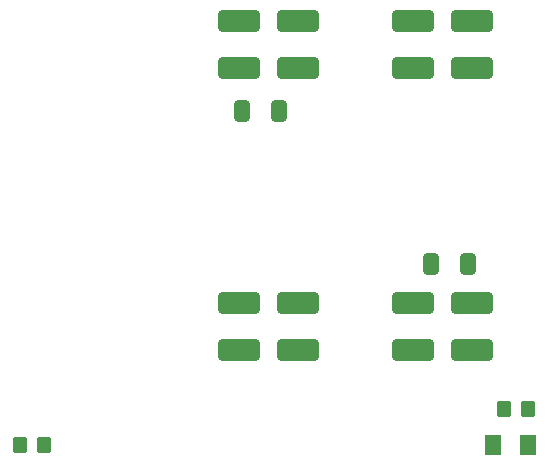
<source format=gbr>
%TF.GenerationSoftware,KiCad,Pcbnew,8.0.2*%
%TF.CreationDate,2024-05-31T22:22:53+03:00*%
%TF.ProjectId,mobrob,6d6f6272-6f62-42e6-9b69-6361645f7063,rev?*%
%TF.SameCoordinates,PX7bfa480PY6422c40*%
%TF.FileFunction,Paste,Top*%
%TF.FilePolarity,Positive*%
%FSLAX46Y46*%
G04 Gerber Fmt 4.6, Leading zero omitted, Abs format (unit mm)*
G04 Created by KiCad (PCBNEW 8.0.2) date 2024-05-31 22:22:53*
%MOMM*%
%LPD*%
G01*
G04 APERTURE LIST*
G04 Aperture macros list*
%AMRoundRect*
0 Rectangle with rounded corners*
0 $1 Rounding radius*
0 $2 $3 $4 $5 $6 $7 $8 $9 X,Y pos of 4 corners*
0 Add a 4 corners polygon primitive as box body*
4,1,4,$2,$3,$4,$5,$6,$7,$8,$9,$2,$3,0*
0 Add four circle primitives for the rounded corners*
1,1,$1+$1,$2,$3*
1,1,$1+$1,$4,$5*
1,1,$1+$1,$6,$7*
1,1,$1+$1,$8,$9*
0 Add four rect primitives between the rounded corners*
20,1,$1+$1,$2,$3,$4,$5,0*
20,1,$1+$1,$4,$5,$6,$7,0*
20,1,$1+$1,$6,$7,$8,$9,0*
20,1,$1+$1,$8,$9,$2,$3,0*%
G04 Aperture macros list end*
%ADD10RoundRect,0.250000X-1.500000X-0.650000X1.500000X-0.650000X1.500000X0.650000X-1.500000X0.650000X0*%
%ADD11RoundRect,0.250000X0.412500X0.650000X-0.412500X0.650000X-0.412500X-0.650000X0.412500X-0.650000X0*%
%ADD12RoundRect,0.250000X0.350000X0.450000X-0.350000X0.450000X-0.350000X-0.450000X0.350000X-0.450000X0*%
%ADD13RoundRect,0.250000X-0.412500X-0.650000X0.412500X-0.650000X0.412500X0.650000X-0.412500X0.650000X0*%
%ADD14RoundRect,0.250000X1.500000X0.650000X-1.500000X0.650000X-1.500000X-0.650000X1.500000X-0.650000X0*%
%ADD15RoundRect,0.250001X0.462499X0.624999X-0.462499X0.624999X-0.462499X-0.624999X0.462499X-0.624999X0*%
G04 APERTURE END LIST*
D10*
%TO.C,D4*%
X72250000Y13000000D03*
X77250000Y13000000D03*
%TD*%
D11*
%TO.C,C4*%
X76875000Y20250000D03*
X73750000Y20250000D03*
%TD*%
D10*
%TO.C,D1*%
X57500000Y17000000D03*
X62500000Y17000000D03*
%TD*%
D12*
%TO.C,R2*%
X41000000Y5000000D03*
X39000000Y5000000D03*
%TD*%
D13*
%TO.C,C3*%
X57750000Y33250000D03*
X60875000Y33250000D03*
%TD*%
D14*
%TO.C,D3*%
X77250000Y17000000D03*
X72250000Y17000000D03*
%TD*%
%TO.C,D2*%
X62500000Y13000000D03*
X57500000Y13000000D03*
%TD*%
%TO.C,D8*%
X62500000Y40840000D03*
X57500000Y40840000D03*
%TD*%
D15*
%TO.C,D10*%
X81987500Y5000000D03*
X79012500Y5000000D03*
%TD*%
D10*
%TO.C,D6*%
X72250000Y40840000D03*
X77250000Y40840000D03*
%TD*%
%TO.C,D7*%
X57500000Y36840000D03*
X62500000Y36840000D03*
%TD*%
D12*
%TO.C,R1*%
X81987500Y8000000D03*
X79987500Y8000000D03*
%TD*%
D14*
%TO.C,D5*%
X77250000Y36840000D03*
X72250000Y36840000D03*
%TD*%
M02*

</source>
